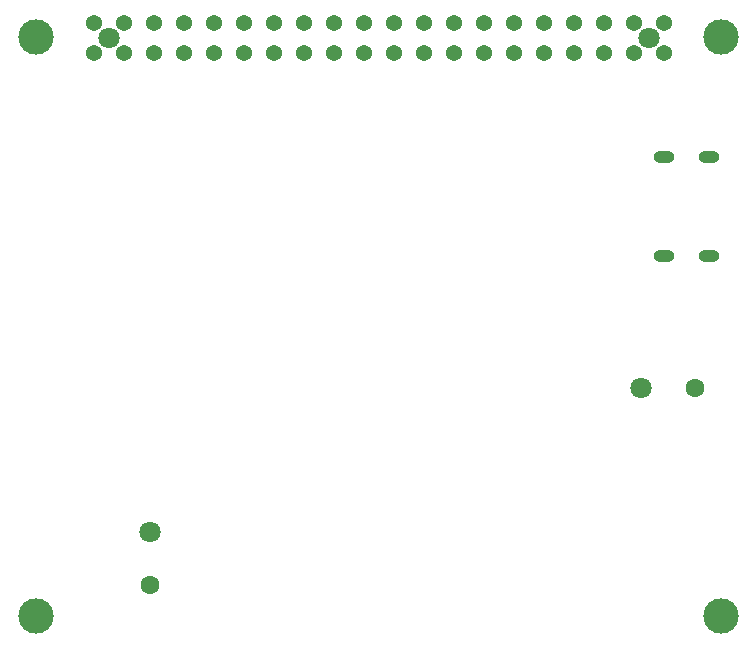
<source format=gbs>
G04 #@! TF.GenerationSoftware,KiCad,Pcbnew,8.0.9-8.0.9-0~ubuntu24.04.1*
G04 #@! TF.CreationDate,2025-06-14T07:54:04+02:00*
G04 #@! TF.ProjectId,rpi_power_warden_hat,7270695f-706f-4776-9572-5f7761726465,rev?*
G04 #@! TF.SameCoordinates,Original*
G04 #@! TF.FileFunction,Soldermask,Bot*
G04 #@! TF.FilePolarity,Negative*
%FSLAX46Y46*%
G04 Gerber Fmt 4.6, Leading zero omitted, Abs format (unit mm)*
G04 Created by KiCad (PCBNEW 8.0.9-8.0.9-0~ubuntu24.04.1) date 2025-06-14 07:54:04*
%MOMM*%
%LPD*%
G01*
G04 APERTURE LIST*
%ADD10O,1.800000X1.000000*%
%ADD11C,1.800000*%
%ADD12C,1.600000*%
%ADD13C,3.000000*%
%ADD14C,1.370000*%
G04 APERTURE END LIST*
D10*
X183624279Y-92338321D03*
X187424279Y-92338321D03*
X183624279Y-83938321D03*
X187424279Y-83938321D03*
D11*
X181674279Y-103538321D03*
D12*
X186174279Y-103538321D03*
D13*
X130395599Y-73817001D03*
X130395599Y-122817001D03*
D11*
X136565599Y-73925001D03*
X182285599Y-73925001D03*
D13*
X188395599Y-73817001D03*
X188395599Y-122817001D03*
D14*
X135295599Y-75195001D03*
X135295599Y-72655001D03*
X137835599Y-75195001D03*
X137835599Y-72655001D03*
X140375599Y-75195001D03*
X140375599Y-72655001D03*
X142915599Y-75195001D03*
X142915599Y-72655001D03*
X145455599Y-75195001D03*
X145455599Y-72655001D03*
X147995599Y-75195001D03*
X147995599Y-72655001D03*
X150535599Y-75195001D03*
X150535599Y-72655001D03*
X153075599Y-75195001D03*
X153075599Y-72655001D03*
X155615599Y-75195001D03*
X155615599Y-72655001D03*
X158155599Y-75195001D03*
X158155599Y-72655001D03*
X160695599Y-75195001D03*
X160695599Y-72655001D03*
X163235599Y-75195001D03*
X163235599Y-72655001D03*
X165775599Y-75195001D03*
X165775599Y-72655001D03*
X168315599Y-75195001D03*
X168315599Y-72655001D03*
X170855599Y-75195001D03*
X170855599Y-72655001D03*
X173395599Y-75195001D03*
X173395599Y-72655001D03*
X175935599Y-75195001D03*
X175935599Y-72655001D03*
X178475599Y-75195001D03*
X178475599Y-72655001D03*
X181015599Y-75195001D03*
X181015599Y-72655001D03*
X183555599Y-75195001D03*
X183555599Y-72655001D03*
D11*
X140036779Y-115738321D03*
D12*
X140036779Y-120238321D03*
M02*

</source>
